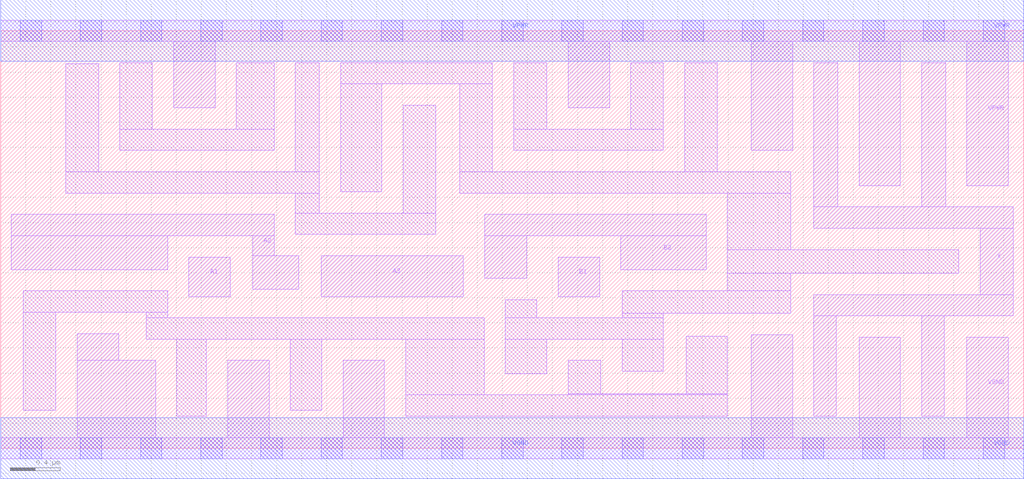
<source format=lef>
# Copyright 2020 The SkyWater PDK Authors
#
# Licensed under the Apache License, Version 2.0 (the "License");
# you may not use this file except in compliance with the License.
# You may obtain a copy of the License at
#
#     https://www.apache.org/licenses/LICENSE-2.0
#
# Unless required by applicable law or agreed to in writing, software
# distributed under the License is distributed on an "AS IS" BASIS,
# WITHOUT WARRANTIES OR CONDITIONS OF ANY KIND, either express or implied.
# See the License for the specific language governing permissions and
# limitations under the License.
#
# SPDX-License-Identifier: Apache-2.0

VERSION 5.7 ;
  NAMESCASESENSITIVE ON ;
  NOWIREEXTENSIONATPIN ON ;
  DIVIDERCHAR "/" ;
  BUSBITCHARS "[]" ;
UNITS
  DATABASE MICRONS 200 ;
END UNITS
MACRO sky130_fd_sc_lp__o32a_4
  CLASS CORE ;
  SOURCE USER ;
  FOREIGN sky130_fd_sc_lp__o32a_4 ;
  ORIGIN  0.000000  0.000000 ;
  SIZE  8.160000 BY  3.330000 ;
  SYMMETRY X Y R90 ;
  SITE unit ;
  PIN A1
    ANTENNAGATEAREA  0.630000 ;
    DIRECTION INPUT ;
    USE SIGNAL ;
    PORT
      LAYER li1 ;
        RECT 1.500000 1.210000 1.830000 1.525000 ;
    END
  END A1
  PIN A2
    ANTENNAGATEAREA  0.630000 ;
    DIRECTION INPUT ;
    USE SIGNAL ;
    PORT
      LAYER li1 ;
        RECT 0.085000 1.425000 1.330000 1.695000 ;
        RECT 0.085000 1.695000 2.180000 1.865000 ;
        RECT 2.010000 1.270000 2.375000 1.535000 ;
        RECT 2.010000 1.535000 2.180000 1.695000 ;
    END
  END A2
  PIN A3
    ANTENNAGATEAREA  0.630000 ;
    DIRECTION INPUT ;
    USE SIGNAL ;
    PORT
      LAYER li1 ;
        RECT 2.555000 1.210000 3.690000 1.535000 ;
    END
  END A3
  PIN B1
    ANTENNAGATEAREA  0.630000 ;
    DIRECTION INPUT ;
    USE SIGNAL ;
    PORT
      LAYER li1 ;
        RECT 4.445000 1.210000 4.775000 1.525000 ;
    END
  END B1
  PIN B2
    ANTENNAGATEAREA  0.630000 ;
    DIRECTION INPUT ;
    USE SIGNAL ;
    PORT
      LAYER li1 ;
        RECT 3.860000 1.355000 4.195000 1.695000 ;
        RECT 3.860000 1.695000 5.625000 1.865000 ;
        RECT 4.945000 1.425000 5.625000 1.695000 ;
    END
  END B2
  PIN X
    ANTENNADIFFAREA  1.176000 ;
    DIRECTION OUTPUT ;
    USE SIGNAL ;
    PORT
      LAYER li1 ;
        RECT 6.485000 0.255000 6.665000 1.055000 ;
        RECT 6.485000 1.055000 8.075000 1.225000 ;
        RECT 6.485000 1.755000 8.075000 1.925000 ;
        RECT 6.485000 1.925000 6.675000 3.075000 ;
        RECT 7.345000 0.255000 7.525000 1.055000 ;
        RECT 7.345000 1.925000 7.535000 3.075000 ;
        RECT 7.810000 1.225000 8.075000 1.755000 ;
    END
  END X
  PIN VGND
    DIRECTION INOUT ;
    USE GROUND ;
    PORT
      LAYER li1 ;
        RECT 0.000000 -0.085000 8.160000 0.085000 ;
        RECT 0.610000  0.085000 1.235000 0.700000 ;
        RECT 0.610000  0.700000 0.940000 0.915000 ;
        RECT 1.810000  0.085000 2.140000 0.700000 ;
        RECT 2.730000  0.085000 3.060000 0.700000 ;
        RECT 5.985000  0.085000 6.315000 0.905000 ;
        RECT 6.845000  0.085000 7.175000 0.885000 ;
        RECT 7.705000  0.085000 8.035000 0.885000 ;
      LAYER mcon ;
        RECT 0.155000 -0.085000 0.325000 0.085000 ;
        RECT 0.635000 -0.085000 0.805000 0.085000 ;
        RECT 1.115000 -0.085000 1.285000 0.085000 ;
        RECT 1.595000 -0.085000 1.765000 0.085000 ;
        RECT 2.075000 -0.085000 2.245000 0.085000 ;
        RECT 2.555000 -0.085000 2.725000 0.085000 ;
        RECT 3.035000 -0.085000 3.205000 0.085000 ;
        RECT 3.515000 -0.085000 3.685000 0.085000 ;
        RECT 3.995000 -0.085000 4.165000 0.085000 ;
        RECT 4.475000 -0.085000 4.645000 0.085000 ;
        RECT 4.955000 -0.085000 5.125000 0.085000 ;
        RECT 5.435000 -0.085000 5.605000 0.085000 ;
        RECT 5.915000 -0.085000 6.085000 0.085000 ;
        RECT 6.395000 -0.085000 6.565000 0.085000 ;
        RECT 6.875000 -0.085000 7.045000 0.085000 ;
        RECT 7.355000 -0.085000 7.525000 0.085000 ;
        RECT 7.835000 -0.085000 8.005000 0.085000 ;
      LAYER met1 ;
        RECT 0.000000 -0.245000 8.160000 0.245000 ;
    END
  END VGND
  PIN VPWR
    DIRECTION INOUT ;
    USE POWER ;
    PORT
      LAYER li1 ;
        RECT 0.000000 3.245000 8.160000 3.415000 ;
        RECT 1.380000 2.715000 1.710000 3.245000 ;
        RECT 4.525000 2.715000 4.855000 3.245000 ;
        RECT 5.985000 2.375000 6.315000 3.245000 ;
        RECT 6.845000 2.095000 7.175000 3.245000 ;
        RECT 7.705000 2.095000 8.035000 3.245000 ;
      LAYER mcon ;
        RECT 0.155000 3.245000 0.325000 3.415000 ;
        RECT 0.635000 3.245000 0.805000 3.415000 ;
        RECT 1.115000 3.245000 1.285000 3.415000 ;
        RECT 1.595000 3.245000 1.765000 3.415000 ;
        RECT 2.075000 3.245000 2.245000 3.415000 ;
        RECT 2.555000 3.245000 2.725000 3.415000 ;
        RECT 3.035000 3.245000 3.205000 3.415000 ;
        RECT 3.515000 3.245000 3.685000 3.415000 ;
        RECT 3.995000 3.245000 4.165000 3.415000 ;
        RECT 4.475000 3.245000 4.645000 3.415000 ;
        RECT 4.955000 3.245000 5.125000 3.415000 ;
        RECT 5.435000 3.245000 5.605000 3.415000 ;
        RECT 5.915000 3.245000 6.085000 3.415000 ;
        RECT 6.395000 3.245000 6.565000 3.415000 ;
        RECT 6.875000 3.245000 7.045000 3.415000 ;
        RECT 7.355000 3.245000 7.525000 3.415000 ;
        RECT 7.835000 3.245000 8.005000 3.415000 ;
      LAYER met1 ;
        RECT 0.000000 3.085000 8.160000 3.575000 ;
    END
  END VPWR
  OBS
    LAYER li1 ;
      RECT 0.180000 0.305000 0.440000 1.085000 ;
      RECT 0.180000 1.085000 1.330000 1.255000 ;
      RECT 0.520000 2.035000 2.540000 2.205000 ;
      RECT 0.520000 2.205000 0.780000 3.065000 ;
      RECT 0.950000 2.375000 2.180000 2.545000 ;
      RECT 0.950000 2.545000 1.210000 3.075000 ;
      RECT 1.160000 0.870000 3.855000 1.040000 ;
      RECT 1.160000 1.040000 1.330000 1.085000 ;
      RECT 1.405000 0.255000 1.640000 0.870000 ;
      RECT 1.880000 2.545000 2.180000 3.075000 ;
      RECT 2.310000 0.305000 2.560000 0.870000 ;
      RECT 2.350000 1.705000 3.470000 1.875000 ;
      RECT 2.350000 1.875000 2.540000 2.035000 ;
      RECT 2.350000 2.205000 2.540000 3.075000 ;
      RECT 2.710000 2.045000 3.040000 2.905000 ;
      RECT 2.710000 2.905000 3.920000 3.075000 ;
      RECT 3.210000 1.875000 3.470000 2.735000 ;
      RECT 3.230000 0.255000 5.795000 0.425000 ;
      RECT 3.230000 0.425000 3.855000 0.870000 ;
      RECT 3.660000 2.035000 6.300000 2.205000 ;
      RECT 3.660000 2.205000 3.920000 2.905000 ;
      RECT 4.025000 0.595000 4.355000 0.870000 ;
      RECT 4.025000 0.870000 5.285000 1.040000 ;
      RECT 4.025000 1.040000 4.275000 1.185000 ;
      RECT 4.090000 2.375000 5.285000 2.545000 ;
      RECT 4.090000 2.545000 4.355000 3.075000 ;
      RECT 4.525000 0.425000 5.795000 0.435000 ;
      RECT 4.525000 0.435000 4.785000 0.700000 ;
      RECT 4.955000 0.615000 5.285000 0.870000 ;
      RECT 4.955000 1.040000 5.285000 1.075000 ;
      RECT 4.955000 1.075000 6.300000 1.255000 ;
      RECT 5.025000 2.545000 5.285000 3.075000 ;
      RECT 5.455000 2.205000 5.715000 3.075000 ;
      RECT 5.465000 0.435000 5.795000 0.895000 ;
      RECT 5.795000 1.255000 6.300000 1.395000 ;
      RECT 5.795000 1.395000 7.640000 1.585000 ;
      RECT 5.795000 1.585000 6.300000 2.035000 ;
  END
END sky130_fd_sc_lp__o32a_4

</source>
